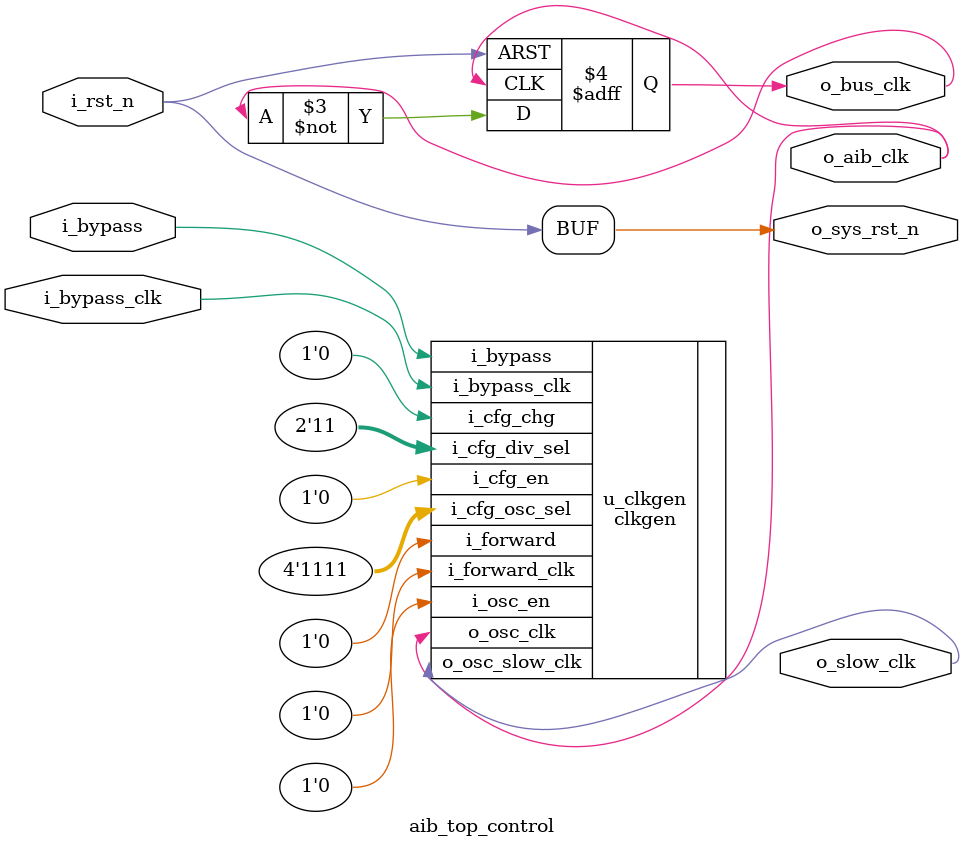
<source format=sv>


module aib_top_control
(
  input  logic              i_rst_n,

  //output logic              o_io_rst_n,
  output logic              o_sys_rst_n,
  //output logic              o_adapt_rst_n,

  input  logic              i_bypass,
  input  logic              i_bypass_clk,

  output logic              o_aib_clk,
  output logic              o_bus_clk,

  output logic              o_slow_clk
);
  // Output assignments
  // ---------------------------------------------------------------------------
  assign /*output*/ o_sys_rst_n = i_rst_n;

  // ---------------------------------------------------------------------------
  clkgen u_clkgen (
    .i_cfg_en       (1'b0),//i_rst_n & aib_clkgen_cfg[10]),
    .i_cfg_chg      (1'b0),//cfg_chg),
    .i_cfg_osc_sel  (4'd15),//aib_clkgen_cfg[7:4]),
    .i_cfg_div_sel  (2'd3),//aib_clkgen_cfg[1:0]),

    .i_osc_en       (1'b0),//i_rst_n & aib_clkgen_cfg[11]),
    .o_osc_clk      (o_aib_clk),
    .o_osc_slow_clk (o_slow_clk),

    .i_bypass       (i_bypass),//i_bypass | aib_clkgen_cfg[9]),
    .i_bypass_clk   (i_bypass_clk),//i_bypass_clk),

    .i_forward      (1'b0),//aib_clkgen_cfg[8]),
    .i_forward_clk  (1'b0) //i_fwd_clk)
  );

  // TODO use clock divider
  always_ff @(posedge o_aib_clk or negedge i_rst_n)
    if (!i_rst_n)
      o_bus_clk <= 1'b0;
    else
      o_bus_clk <= ~o_bus_clk;

endmodule


</source>
